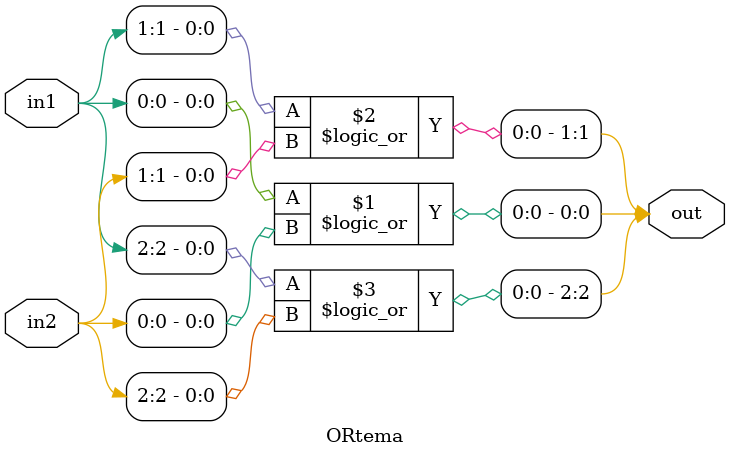
<source format=v>
module ORtema(input[2:0] in1, input[2:0] in2, output[2:0] out);
	assign out[0] = in1[0] || in2[0];
	assign out[1] = in1[1] || in2[1];
	assign out[2] = in1[2] || in2[2];
endmodule
</source>
